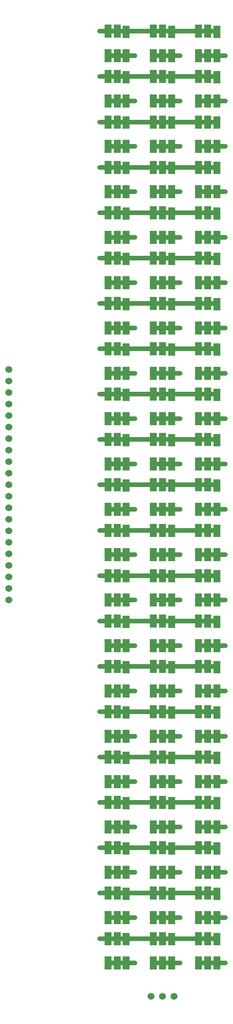
<source format=gbr>
G04 #@! TF.FileFunction,Copper,L1,Top,Signal*
%FSLAX46Y46*%
G04 Gerber Fmt 4.6, Leading zero omitted, Abs format (unit mm)*
G04 Created by KiCad (PCBNEW 4.0.4+dfsg1-stable) date Fri Sep 30 19:59:36 2016*
%MOMM*%
%LPD*%
G01*
G04 APERTURE LIST*
%ADD10C,0.150000*%
%ADD11C,1.524000*%
%ADD12R,1.600000X2.700000*%
%ADD13R,1.600000X3.000000*%
%ADD14C,0.600000*%
%ADD15C,1.000000*%
G04 APERTURE END LIST*
D10*
D11*
X79700000Y-101300000D03*
X79700000Y-103840000D03*
X79700000Y-106380000D03*
X79700000Y-108920000D03*
X79700000Y-111460000D03*
X79700000Y-114000000D03*
X79700000Y-116540000D03*
X79700000Y-119080000D03*
X79700000Y-121620000D03*
X79700000Y-124160000D03*
X79700000Y-126700000D03*
X79700000Y-129240000D03*
X79700000Y-131780000D03*
X79700000Y-134320000D03*
X79700000Y-136860000D03*
X79700000Y-139400000D03*
X79700000Y-141940000D03*
X79700000Y-144480000D03*
X79700000Y-147020000D03*
X79700000Y-149560000D03*
X79700000Y-152100000D03*
D12*
X105600000Y-26850000D03*
D13*
X103600000Y-26700000D03*
X101600000Y-26700000D03*
X101600000Y-32100000D03*
X103600000Y-32100000D03*
X105600000Y-32100000D03*
D12*
X115600000Y-26850000D03*
D13*
X113600000Y-26700000D03*
X111600000Y-26700000D03*
X111600000Y-32100000D03*
X113600000Y-32100000D03*
X115600000Y-32100000D03*
D12*
X125600000Y-26850000D03*
D13*
X123600000Y-26700000D03*
X121600000Y-26700000D03*
X121600000Y-32100000D03*
X123600000Y-32100000D03*
X125600000Y-32100000D03*
D12*
X105600000Y-36850000D03*
D13*
X103600000Y-36700000D03*
X101600000Y-36700000D03*
X101600000Y-42100000D03*
X103600000Y-42100000D03*
X105600000Y-42100000D03*
D12*
X115600000Y-36850000D03*
D13*
X113600000Y-36700000D03*
X111600000Y-36700000D03*
X111600000Y-42100000D03*
X113600000Y-42100000D03*
X115600000Y-42100000D03*
D12*
X125600000Y-36850000D03*
D13*
X123600000Y-36700000D03*
X121600000Y-36700000D03*
X121600000Y-42100000D03*
X123600000Y-42100000D03*
X125600000Y-42100000D03*
D12*
X105600000Y-46850000D03*
D13*
X103600000Y-46700000D03*
X101600000Y-46700000D03*
X101600000Y-52100000D03*
X103600000Y-52100000D03*
X105600000Y-52100000D03*
D12*
X115600000Y-46850000D03*
D13*
X113600000Y-46700000D03*
X111600000Y-46700000D03*
X111600000Y-52100000D03*
X113600000Y-52100000D03*
X115600000Y-52100000D03*
D12*
X125600000Y-46850000D03*
D13*
X123600000Y-46700000D03*
X121600000Y-46700000D03*
X121600000Y-52100000D03*
X123600000Y-52100000D03*
X125600000Y-52100000D03*
D12*
X105600000Y-56850000D03*
D13*
X103600000Y-56700000D03*
X101600000Y-56700000D03*
X101600000Y-62100000D03*
X103600000Y-62100000D03*
X105600000Y-62100000D03*
D12*
X115600000Y-56850000D03*
D13*
X113600000Y-56700000D03*
X111600000Y-56700000D03*
X111600000Y-62100000D03*
X113600000Y-62100000D03*
X115600000Y-62100000D03*
D12*
X125600000Y-56850000D03*
D13*
X123600000Y-56700000D03*
X121600000Y-56700000D03*
X121600000Y-62100000D03*
X123600000Y-62100000D03*
X125600000Y-62100000D03*
D12*
X105600000Y-66850000D03*
D13*
X103600000Y-66700000D03*
X101600000Y-66700000D03*
X101600000Y-72100000D03*
X103600000Y-72100000D03*
X105600000Y-72100000D03*
D12*
X115600000Y-66850000D03*
D13*
X113600000Y-66700000D03*
X111600000Y-66700000D03*
X111600000Y-72100000D03*
X113600000Y-72100000D03*
X115600000Y-72100000D03*
D12*
X125600000Y-66850000D03*
D13*
X123600000Y-66700000D03*
X121600000Y-66700000D03*
X121600000Y-72100000D03*
X123600000Y-72100000D03*
X125600000Y-72100000D03*
D12*
X105600000Y-76850000D03*
D13*
X103600000Y-76700000D03*
X101600000Y-76700000D03*
X101600000Y-82100000D03*
X103600000Y-82100000D03*
X105600000Y-82100000D03*
D12*
X115600000Y-76850000D03*
D13*
X113600000Y-76700000D03*
X111600000Y-76700000D03*
X111600000Y-82100000D03*
X113600000Y-82100000D03*
X115600000Y-82100000D03*
D12*
X125600000Y-76850000D03*
D13*
X123600000Y-76700000D03*
X121600000Y-76700000D03*
X121600000Y-82100000D03*
X123600000Y-82100000D03*
X125600000Y-82100000D03*
D12*
X105600000Y-86850000D03*
D13*
X103600000Y-86700000D03*
X101600000Y-86700000D03*
X101600000Y-92100000D03*
X103600000Y-92100000D03*
X105600000Y-92100000D03*
D12*
X115600000Y-86850000D03*
D13*
X113600000Y-86700000D03*
X111600000Y-86700000D03*
X111600000Y-92100000D03*
X113600000Y-92100000D03*
X115600000Y-92100000D03*
D12*
X125600000Y-86850000D03*
D13*
X123600000Y-86700000D03*
X121600000Y-86700000D03*
X121600000Y-92100000D03*
X123600000Y-92100000D03*
X125600000Y-92100000D03*
D12*
X105600000Y-96850000D03*
D13*
X103600000Y-96700000D03*
X101600000Y-96700000D03*
X101600000Y-102100000D03*
X103600000Y-102100000D03*
X105600000Y-102100000D03*
D12*
X115600000Y-96850000D03*
D13*
X113600000Y-96700000D03*
X111600000Y-96700000D03*
X111600000Y-102100000D03*
X113600000Y-102100000D03*
X115600000Y-102100000D03*
D12*
X125600000Y-96850000D03*
D13*
X123600000Y-96700000D03*
X121600000Y-96700000D03*
X121600000Y-102100000D03*
X123600000Y-102100000D03*
X125600000Y-102100000D03*
D12*
X105600000Y-106850000D03*
D13*
X103600000Y-106700000D03*
X101600000Y-106700000D03*
X101600000Y-112100000D03*
X103600000Y-112100000D03*
X105600000Y-112100000D03*
D12*
X115600000Y-106850000D03*
D13*
X113600000Y-106700000D03*
X111600000Y-106700000D03*
X111600000Y-112100000D03*
X113600000Y-112100000D03*
X115600000Y-112100000D03*
D12*
X125600000Y-106850000D03*
D13*
X123600000Y-106700000D03*
X121600000Y-106700000D03*
X121600000Y-112100000D03*
X123600000Y-112100000D03*
X125600000Y-112100000D03*
D12*
X105600000Y-116850000D03*
D13*
X103600000Y-116700000D03*
X101600000Y-116700000D03*
X101600000Y-122100000D03*
X103600000Y-122100000D03*
X105600000Y-122100000D03*
D12*
X115600000Y-116850000D03*
D13*
X113600000Y-116700000D03*
X111600000Y-116700000D03*
X111600000Y-122100000D03*
X113600000Y-122100000D03*
X115600000Y-122100000D03*
D12*
X125600000Y-116850000D03*
D13*
X123600000Y-116700000D03*
X121600000Y-116700000D03*
X121600000Y-122100000D03*
X123600000Y-122100000D03*
X125600000Y-122100000D03*
D12*
X105600000Y-126850000D03*
D13*
X103600000Y-126700000D03*
X101600000Y-126700000D03*
X101600000Y-132100000D03*
X103600000Y-132100000D03*
X105600000Y-132100000D03*
D12*
X115600000Y-126850000D03*
D13*
X113600000Y-126700000D03*
X111600000Y-126700000D03*
X111600000Y-132100000D03*
X113600000Y-132100000D03*
X115600000Y-132100000D03*
D12*
X125600000Y-126850000D03*
D13*
X123600000Y-126700000D03*
X121600000Y-126700000D03*
X121600000Y-132100000D03*
X123600000Y-132100000D03*
X125600000Y-132100000D03*
D12*
X105600000Y-136850000D03*
D13*
X103600000Y-136700000D03*
X101600000Y-136700000D03*
X101600000Y-142100000D03*
X103600000Y-142100000D03*
X105600000Y-142100000D03*
D12*
X115600000Y-136850000D03*
D13*
X113600000Y-136700000D03*
X111600000Y-136700000D03*
X111600000Y-142100000D03*
X113600000Y-142100000D03*
X115600000Y-142100000D03*
D12*
X125600000Y-136850000D03*
D13*
X123600000Y-136700000D03*
X121600000Y-136700000D03*
X121600000Y-142100000D03*
X123600000Y-142100000D03*
X125600000Y-142100000D03*
D12*
X105600000Y-146850000D03*
D13*
X103600000Y-146700000D03*
X101600000Y-146700000D03*
X101600000Y-152100000D03*
X103600000Y-152100000D03*
X105600000Y-152100000D03*
D12*
X115600000Y-146850000D03*
D13*
X113600000Y-146700000D03*
X111600000Y-146700000D03*
X111600000Y-152100000D03*
X113600000Y-152100000D03*
X115600000Y-152100000D03*
D12*
X125600000Y-146850000D03*
D13*
X123600000Y-146700000D03*
X121600000Y-146700000D03*
X121600000Y-152100000D03*
X123600000Y-152100000D03*
X125600000Y-152100000D03*
D12*
X105600000Y-156850000D03*
D13*
X103600000Y-156700000D03*
X101600000Y-156700000D03*
X101600000Y-162100000D03*
X103600000Y-162100000D03*
X105600000Y-162100000D03*
D12*
X115600000Y-156850000D03*
D13*
X113600000Y-156700000D03*
X111600000Y-156700000D03*
X111600000Y-162100000D03*
X113600000Y-162100000D03*
X115600000Y-162100000D03*
D12*
X125600000Y-156850000D03*
D13*
X123600000Y-156700000D03*
X121600000Y-156700000D03*
X121600000Y-162100000D03*
X123600000Y-162100000D03*
X125600000Y-162100000D03*
D12*
X105600000Y-166850000D03*
D13*
X103600000Y-166700000D03*
X101600000Y-166700000D03*
X101600000Y-172100000D03*
X103600000Y-172100000D03*
X105600000Y-172100000D03*
D12*
X115600000Y-166850000D03*
D13*
X113600000Y-166700000D03*
X111600000Y-166700000D03*
X111600000Y-172100000D03*
X113600000Y-172100000D03*
X115600000Y-172100000D03*
D12*
X125600000Y-166850000D03*
D13*
X123600000Y-166700000D03*
X121600000Y-166700000D03*
X121600000Y-172100000D03*
X123600000Y-172100000D03*
X125600000Y-172100000D03*
D12*
X105600000Y-176850000D03*
D13*
X103600000Y-176700000D03*
X101600000Y-176700000D03*
X101600000Y-182100000D03*
X103600000Y-182100000D03*
X105600000Y-182100000D03*
D12*
X115600000Y-176850000D03*
D13*
X113600000Y-176700000D03*
X111600000Y-176700000D03*
X111600000Y-182100000D03*
X113600000Y-182100000D03*
X115600000Y-182100000D03*
D12*
X125600000Y-176850000D03*
D13*
X123600000Y-176700000D03*
X121600000Y-176700000D03*
X121600000Y-182100000D03*
X123600000Y-182100000D03*
X125600000Y-182100000D03*
D12*
X105600000Y-186850000D03*
D13*
X103600000Y-186700000D03*
X101600000Y-186700000D03*
X101600000Y-192100000D03*
X103600000Y-192100000D03*
X105600000Y-192100000D03*
D12*
X115600000Y-186850000D03*
D13*
X113600000Y-186700000D03*
X111600000Y-186700000D03*
X111600000Y-192100000D03*
X113600000Y-192100000D03*
X115600000Y-192100000D03*
D12*
X125600000Y-186850000D03*
D13*
X123600000Y-186700000D03*
X121600000Y-186700000D03*
X121600000Y-192100000D03*
X123600000Y-192100000D03*
X125600000Y-192100000D03*
D12*
X105600000Y-196850000D03*
D13*
X103600000Y-196700000D03*
X101600000Y-196700000D03*
X101600000Y-202100000D03*
X103600000Y-202100000D03*
X105600000Y-202100000D03*
D12*
X115600000Y-196850000D03*
D13*
X113600000Y-196700000D03*
X111600000Y-196700000D03*
X111600000Y-202100000D03*
X113600000Y-202100000D03*
X115600000Y-202100000D03*
D12*
X125600000Y-196850000D03*
D13*
X123600000Y-196700000D03*
X121600000Y-196700000D03*
X121600000Y-202100000D03*
X123600000Y-202100000D03*
X125600000Y-202100000D03*
D12*
X105600000Y-206850000D03*
D13*
X103600000Y-206700000D03*
X101600000Y-206700000D03*
X101600000Y-212100000D03*
X103600000Y-212100000D03*
X105600000Y-212100000D03*
D12*
X115600000Y-206850000D03*
D13*
X113600000Y-206700000D03*
X111600000Y-206700000D03*
X111600000Y-212100000D03*
X113600000Y-212100000D03*
X115600000Y-212100000D03*
D12*
X125600000Y-206850000D03*
D13*
X123600000Y-206700000D03*
X121600000Y-206700000D03*
X121600000Y-212100000D03*
X123600000Y-212100000D03*
X125600000Y-212100000D03*
D12*
X105600000Y-216850000D03*
D13*
X103600000Y-216700000D03*
X101600000Y-216700000D03*
X101600000Y-222100000D03*
X103600000Y-222100000D03*
X105600000Y-222100000D03*
D12*
X115600000Y-216850000D03*
D13*
X113600000Y-216700000D03*
X111600000Y-216700000D03*
X111600000Y-222100000D03*
X113600000Y-222100000D03*
X115600000Y-222100000D03*
D12*
X125600000Y-216850000D03*
D13*
X123600000Y-216700000D03*
X121600000Y-216700000D03*
X121600000Y-222100000D03*
X123600000Y-222100000D03*
X125600000Y-222100000D03*
D12*
X105600000Y-226850000D03*
D13*
X103600000Y-226700000D03*
X101600000Y-226700000D03*
X101600000Y-232100000D03*
X103600000Y-232100000D03*
X105600000Y-232100000D03*
D12*
X115600000Y-226850000D03*
D13*
X113600000Y-226700000D03*
X111600000Y-226700000D03*
X111600000Y-232100000D03*
X113600000Y-232100000D03*
X115600000Y-232100000D03*
D12*
X125600000Y-226850000D03*
D13*
X123600000Y-226700000D03*
X121600000Y-226700000D03*
X121600000Y-232100000D03*
X123600000Y-232100000D03*
X125600000Y-232100000D03*
D11*
X113600000Y-239400000D03*
X116140000Y-239400000D03*
X111060000Y-239400000D03*
D14*
X99700000Y-26700000D03*
X107500000Y-222100000D03*
X107500000Y-212100000D03*
X107500000Y-202100000D03*
X107500000Y-192100000D03*
X107500000Y-182100000D03*
X107500000Y-172100000D03*
X107500000Y-162100000D03*
X107500000Y-152100000D03*
X107500000Y-142100000D03*
X107500000Y-132100000D03*
X107500000Y-122100000D03*
X107500000Y-112100000D03*
X107500000Y-102100000D03*
X107500000Y-92100000D03*
X107500000Y-82100000D03*
X107500000Y-72100000D03*
X107500000Y-62100000D03*
X107500000Y-52100000D03*
X107500000Y-42100000D03*
X107500000Y-32100000D03*
X107500000Y-232100000D03*
X117500000Y-222100000D03*
X117500000Y-212100000D03*
X117500000Y-202100000D03*
X117500000Y-192100000D03*
X117500000Y-182100000D03*
X117500000Y-172100000D03*
X117500000Y-162100000D03*
X117500000Y-152100000D03*
X117500000Y-142100000D03*
X117500000Y-132100000D03*
X117500000Y-122100000D03*
X117500000Y-112100000D03*
X117500000Y-102100000D03*
X117500000Y-92100000D03*
X117500000Y-82100000D03*
X117500000Y-72100000D03*
X117500000Y-62100000D03*
X117500000Y-52100000D03*
X117500000Y-42100000D03*
X117500000Y-32100000D03*
X117500000Y-232100000D03*
X127500000Y-222100000D03*
X127500000Y-212100000D03*
X127500000Y-202100000D03*
X127500000Y-192100000D03*
X127500000Y-182100000D03*
X127500000Y-172100000D03*
X127500000Y-162100000D03*
X127500000Y-152100000D03*
X127500000Y-142100000D03*
X127500000Y-132100000D03*
X127500000Y-122100000D03*
X127500000Y-112100000D03*
X127500000Y-102100000D03*
X127500000Y-92100000D03*
X127500000Y-82100000D03*
X127500000Y-72100000D03*
X127500000Y-62100000D03*
X127500000Y-52100000D03*
X127500000Y-42100000D03*
X127500000Y-32100000D03*
X127500000Y-232100000D03*
X99700000Y-36700000D03*
X99700000Y-46700000D03*
X99700000Y-56700000D03*
X99700000Y-66700000D03*
X99700000Y-76700000D03*
X99700000Y-86700000D03*
X99700000Y-96700000D03*
X99700000Y-106700000D03*
X99700000Y-116700000D03*
X99700000Y-126700000D03*
X99700000Y-136700000D03*
X99700000Y-146700000D03*
X99700000Y-156700000D03*
X99700000Y-166700000D03*
X99700000Y-176700000D03*
X99700000Y-186700000D03*
X99700000Y-196700000D03*
X99700000Y-206700000D03*
X99700000Y-216700000D03*
X99700000Y-226700000D03*
D15*
X99700000Y-26700000D02*
X101600000Y-26700000D01*
X101600000Y-26700000D02*
X103600000Y-26700000D01*
X103600000Y-26700000D02*
X105600000Y-26700000D01*
X105600000Y-26700000D02*
X111600000Y-26700000D01*
X111600000Y-26700000D02*
X113600000Y-26700000D01*
X113600000Y-26700000D02*
X115600000Y-26700000D01*
X115600000Y-26700000D02*
X121600000Y-26700000D01*
X121600000Y-26700000D02*
X123600000Y-26700000D01*
X123600000Y-26700000D02*
X125600000Y-26700000D01*
X105600000Y-222100000D02*
X107500000Y-222100000D01*
X105600000Y-212100000D02*
X107500000Y-212100000D01*
X105600000Y-202100000D02*
X107500000Y-202100000D01*
X105600000Y-192100000D02*
X107500000Y-192100000D01*
X105600000Y-182100000D02*
X107500000Y-182100000D01*
X105600000Y-172100000D02*
X107500000Y-172100000D01*
X105600000Y-162100000D02*
X107500000Y-162100000D01*
X105600000Y-152100000D02*
X107500000Y-152100000D01*
X105600000Y-142100000D02*
X107500000Y-142100000D01*
X105600000Y-132100000D02*
X107500000Y-132100000D01*
X105600000Y-122100000D02*
X107500000Y-122100000D01*
X105600000Y-112100000D02*
X107500000Y-112100000D01*
X105600000Y-102100000D02*
X107500000Y-102100000D01*
X105600000Y-92100000D02*
X107500000Y-92100000D01*
X105600000Y-82100000D02*
X107500000Y-82100000D01*
X105600000Y-72100000D02*
X107500000Y-72100000D01*
X105600000Y-62100000D02*
X107500000Y-62100000D01*
X105600000Y-52100000D02*
X107500000Y-52100000D01*
X105600000Y-42100000D02*
X107500000Y-42100000D01*
X105600000Y-32100000D02*
X107500000Y-32100000D01*
X107500000Y-232100000D02*
X105600000Y-232100000D01*
X101600000Y-232100000D02*
X103600000Y-232100000D01*
X103600000Y-232100000D02*
X105600000Y-232100000D01*
X101600000Y-222100000D02*
X103600000Y-222100000D01*
X103600000Y-222100000D02*
X105600000Y-222100000D01*
X101600000Y-212100000D02*
X103600000Y-212100000D01*
X103600000Y-212100000D02*
X105600000Y-212100000D01*
X101600000Y-202100000D02*
X103600000Y-202100000D01*
X103600000Y-202100000D02*
X105600000Y-202100000D01*
X101600000Y-192100000D02*
X103600000Y-192100000D01*
X103600000Y-192100000D02*
X105600000Y-192100000D01*
X101600000Y-182100000D02*
X103600000Y-182100000D01*
X103600000Y-182100000D02*
X105600000Y-182100000D01*
X101600000Y-172100000D02*
X103600000Y-172100000D01*
X103600000Y-172100000D02*
X105600000Y-172100000D01*
X101600000Y-162100000D02*
X103600000Y-162100000D01*
X103600000Y-162100000D02*
X105600000Y-162100000D01*
X101600000Y-152100000D02*
X103600000Y-152100000D01*
X103600000Y-152100000D02*
X105600000Y-152100000D01*
X101600000Y-142100000D02*
X103600000Y-142100000D01*
X103600000Y-142100000D02*
X105600000Y-142100000D01*
X101600000Y-132100000D02*
X103600000Y-132100000D01*
X103600000Y-132100000D02*
X105600000Y-132100000D01*
X101600000Y-122100000D02*
X103600000Y-122100000D01*
X103600000Y-122100000D02*
X105600000Y-122100000D01*
X101600000Y-112100000D02*
X103600000Y-112100000D01*
X103600000Y-112100000D02*
X105600000Y-112100000D01*
X101600000Y-102100000D02*
X103600000Y-102100000D01*
X103600000Y-102100000D02*
X105600000Y-102100000D01*
X101600000Y-92100000D02*
X103600000Y-92100000D01*
X103600000Y-92100000D02*
X105600000Y-92100000D01*
X101600000Y-82100000D02*
X103600000Y-82100000D01*
X103600000Y-82100000D02*
X105600000Y-82100000D01*
X101600000Y-72100000D02*
X103600000Y-72100000D01*
X103600000Y-72100000D02*
X105600000Y-72100000D01*
X101600000Y-62100000D02*
X103600000Y-62100000D01*
X103600000Y-62100000D02*
X105600000Y-62100000D01*
X101600000Y-52100000D02*
X103600000Y-52100000D01*
X103600000Y-52100000D02*
X105600000Y-52100000D01*
X103600000Y-42100000D02*
X105600000Y-42100000D01*
X101600000Y-42100000D02*
X103600000Y-42100000D01*
X101600000Y-32100000D02*
X103600000Y-32100000D01*
X103600000Y-32100000D02*
X105600000Y-32100000D01*
X115600000Y-222100000D02*
X117500000Y-222100000D01*
X115600000Y-212100000D02*
X117500000Y-212100000D01*
X115600000Y-202100000D02*
X117500000Y-202100000D01*
X115600000Y-192100000D02*
X117500000Y-192100000D01*
X115600000Y-182100000D02*
X117500000Y-182100000D01*
X115600000Y-172100000D02*
X117500000Y-172100000D01*
X115600000Y-162100000D02*
X117500000Y-162100000D01*
X115600000Y-152100000D02*
X117500000Y-152100000D01*
X115600000Y-142100000D02*
X117500000Y-142100000D01*
X115600000Y-132100000D02*
X117500000Y-132100000D01*
X115600000Y-122100000D02*
X117500000Y-122100000D01*
X115600000Y-112100000D02*
X117500000Y-112100000D01*
X115600000Y-102100000D02*
X117500000Y-102100000D01*
X115600000Y-92100000D02*
X117500000Y-92100000D01*
X115600000Y-82100000D02*
X117500000Y-82100000D01*
X115600000Y-72100000D02*
X117500000Y-72100000D01*
X115600000Y-62100000D02*
X117500000Y-62100000D01*
X115600000Y-52100000D02*
X117500000Y-52100000D01*
X115600000Y-42100000D02*
X117500000Y-42100000D01*
X115600000Y-232100000D02*
X117500000Y-232100000D01*
X117500000Y-32100000D02*
X115600000Y-32100000D01*
X111600000Y-232100000D02*
X113600000Y-232100000D01*
X113600000Y-232100000D02*
X115600000Y-232100000D01*
X111600000Y-222100000D02*
X113600000Y-222100000D01*
X113600000Y-222100000D02*
X115600000Y-222100000D01*
X111600000Y-212100000D02*
X113600000Y-212100000D01*
X113600000Y-212100000D02*
X115600000Y-212100000D01*
X111600000Y-202100000D02*
X113600000Y-202100000D01*
X113600000Y-202100000D02*
X115600000Y-202100000D01*
X111600000Y-192100000D02*
X113600000Y-192100000D01*
X113600000Y-192100000D02*
X115600000Y-192100000D01*
X111600000Y-182100000D02*
X113600000Y-182100000D01*
X113600000Y-182100000D02*
X115600000Y-182100000D01*
X111600000Y-172100000D02*
X113600000Y-172100000D01*
X113600000Y-172100000D02*
X115600000Y-172100000D01*
X111600000Y-162100000D02*
X113600000Y-162100000D01*
X113600000Y-162100000D02*
X115600000Y-162100000D01*
X111600000Y-152100000D02*
X113600000Y-152100000D01*
X113600000Y-152100000D02*
X115600000Y-152100000D01*
X113600000Y-142100000D02*
X115600000Y-142100000D01*
X111600000Y-142100000D02*
X113600000Y-142100000D01*
X111600000Y-132100000D02*
X113600000Y-132100000D01*
X113600000Y-132100000D02*
X115600000Y-132100000D01*
X111600000Y-122100000D02*
X113600000Y-122100000D01*
X113600000Y-122100000D02*
X115600000Y-122100000D01*
X111600000Y-112100000D02*
X113600000Y-112100000D01*
X113600000Y-112100000D02*
X115600000Y-112100000D01*
X111600000Y-102100000D02*
X113600000Y-102100000D01*
X113600000Y-102100000D02*
X115600000Y-102100000D01*
X111600000Y-92100000D02*
X113600000Y-92100000D01*
X113600000Y-92100000D02*
X115600000Y-92100000D01*
X111600000Y-82100000D02*
X113600000Y-82100000D01*
X113600000Y-82100000D02*
X115600000Y-82100000D01*
X111600000Y-72100000D02*
X113600000Y-72100000D01*
X113600000Y-72100000D02*
X115600000Y-72100000D01*
X111600000Y-62100000D02*
X113600000Y-62100000D01*
X113600000Y-62100000D02*
X115600000Y-62100000D01*
X111600000Y-52100000D02*
X113600000Y-52100000D01*
X113600000Y-52100000D02*
X115600000Y-52100000D01*
X111600000Y-42100000D02*
X113600000Y-42100000D01*
X113600000Y-42100000D02*
X115600000Y-42100000D01*
X113600000Y-32100000D02*
X115600000Y-32100000D01*
X111600000Y-32100000D02*
X113600000Y-32100000D01*
X125600000Y-222100000D02*
X127500000Y-222100000D01*
X125600000Y-212100000D02*
X127500000Y-212100000D01*
X125600000Y-202100000D02*
X127500000Y-202100000D01*
X125600000Y-192100000D02*
X127500000Y-192100000D01*
X125600000Y-182100000D02*
X127500000Y-182100000D01*
X125600000Y-172100000D02*
X127500000Y-172100000D01*
X125600000Y-162100000D02*
X127500000Y-162100000D01*
X125600000Y-152100000D02*
X127500000Y-152100000D01*
X125600000Y-142100000D02*
X127500000Y-142100000D01*
X125600000Y-132100000D02*
X127500000Y-132100000D01*
X125600000Y-122100000D02*
X127500000Y-122100000D01*
X125600000Y-112100000D02*
X127500000Y-112100000D01*
X125600000Y-102100000D02*
X127500000Y-102100000D01*
X125600000Y-92100000D02*
X127500000Y-92100000D01*
X125600000Y-82100000D02*
X127500000Y-82100000D01*
X125600000Y-72100000D02*
X127500000Y-72100000D01*
X125600000Y-62100000D02*
X127500000Y-62100000D01*
X125600000Y-52100000D02*
X127500000Y-52100000D01*
X125600000Y-42100000D02*
X127500000Y-42100000D01*
X125600000Y-232100000D02*
X127500000Y-232100000D01*
X127500000Y-32100000D02*
X125600000Y-32100000D01*
X121600000Y-232100000D02*
X123600000Y-232100000D01*
X123600000Y-232100000D02*
X125600000Y-232100000D01*
X121600000Y-222100000D02*
X123600000Y-222100000D01*
X123600000Y-222100000D02*
X125600000Y-222100000D01*
X121600000Y-212100000D02*
X123600000Y-212100000D01*
X123600000Y-212100000D02*
X125600000Y-212100000D01*
X121600000Y-202100000D02*
X123600000Y-202100000D01*
X123600000Y-202100000D02*
X125600000Y-202100000D01*
X121600000Y-192100000D02*
X123600000Y-192100000D01*
X123600000Y-192100000D02*
X125600000Y-192100000D01*
X121600000Y-182100000D02*
X123600000Y-182100000D01*
X123600000Y-182100000D02*
X125600000Y-182100000D01*
X121600000Y-172100000D02*
X123600000Y-172100000D01*
X123600000Y-172100000D02*
X125600000Y-172100000D01*
X121600000Y-162100000D02*
X123600000Y-162100000D01*
X123600000Y-162100000D02*
X125600000Y-162100000D01*
X121600000Y-152100000D02*
X123600000Y-152100000D01*
X123600000Y-152100000D02*
X125600000Y-152100000D01*
X121600000Y-142100000D02*
X123600000Y-142100000D01*
X123600000Y-142100000D02*
X125600000Y-142100000D01*
X121600000Y-132100000D02*
X123600000Y-132100000D01*
X123600000Y-132100000D02*
X125600000Y-132100000D01*
X121600000Y-122100000D02*
X123600000Y-122100000D01*
X123600000Y-122100000D02*
X125600000Y-122100000D01*
X121600000Y-112100000D02*
X123600000Y-112100000D01*
X123600000Y-112100000D02*
X125600000Y-112100000D01*
X121600000Y-102100000D02*
X123600000Y-102100000D01*
X123600000Y-102100000D02*
X125600000Y-102100000D01*
X121600000Y-92100000D02*
X123600000Y-92100000D01*
X123600000Y-92100000D02*
X125600000Y-92100000D01*
X121600000Y-82100000D02*
X123600000Y-82100000D01*
X123600000Y-82100000D02*
X125600000Y-82100000D01*
X121600000Y-72100000D02*
X123600000Y-72100000D01*
X123600000Y-72100000D02*
X125600000Y-72100000D01*
X121600000Y-62100000D02*
X123600000Y-62100000D01*
X123600000Y-62100000D02*
X125600000Y-62100000D01*
X121600000Y-52100000D02*
X123600000Y-52100000D01*
X123600000Y-52100000D02*
X125600000Y-52100000D01*
X121600000Y-42100000D02*
X123600000Y-42100000D01*
X123600000Y-42100000D02*
X125600000Y-42100000D01*
X123600000Y-32100000D02*
X125600000Y-32100000D01*
X121600000Y-32100000D02*
X123600000Y-32100000D01*
X99700000Y-36700000D02*
X101600000Y-36700000D01*
X101600000Y-36700000D02*
X103600000Y-36700000D01*
X103600000Y-36700000D02*
X105600000Y-36700000D01*
X105600000Y-36700000D02*
X111600000Y-36700000D01*
X111600000Y-36700000D02*
X113600000Y-36700000D01*
X113600000Y-36700000D02*
X115600000Y-36700000D01*
X115600000Y-36700000D02*
X121600000Y-36700000D01*
X121600000Y-36700000D02*
X123600000Y-36700000D01*
X123600000Y-36700000D02*
X125600000Y-36700000D01*
X99700000Y-46700000D02*
X101600000Y-46700000D01*
X101600000Y-46700000D02*
X103600000Y-46700000D01*
X103600000Y-46700000D02*
X105600000Y-46700000D01*
X105600000Y-46700000D02*
X111600000Y-46700000D01*
X111600000Y-46700000D02*
X113600000Y-46700000D01*
X113600000Y-46700000D02*
X115600000Y-46700000D01*
X115600000Y-46700000D02*
X121600000Y-46700000D01*
X121600000Y-46700000D02*
X123600000Y-46700000D01*
X123600000Y-46700000D02*
X125600000Y-46700000D01*
X99700000Y-56700000D02*
X101600000Y-56700000D01*
X101600000Y-56700000D02*
X103600000Y-56700000D01*
X103600000Y-56700000D02*
X105600000Y-56700000D01*
X105600000Y-56700000D02*
X111600000Y-56700000D01*
X111600000Y-56700000D02*
X113600000Y-56700000D01*
X113600000Y-56700000D02*
X115600000Y-56700000D01*
X115600000Y-56700000D02*
X121600000Y-56700000D01*
X121600000Y-56700000D02*
X123600000Y-56700000D01*
X123600000Y-56700000D02*
X125600000Y-56700000D01*
X99700000Y-66700000D02*
X101600000Y-66700000D01*
X101600000Y-66700000D02*
X103600000Y-66700000D01*
X103600000Y-66700000D02*
X105600000Y-66700000D01*
X105600000Y-66700000D02*
X111600000Y-66700000D01*
X111600000Y-66700000D02*
X113600000Y-66700000D01*
X113600000Y-66700000D02*
X115600000Y-66700000D01*
X115600000Y-66700000D02*
X121600000Y-66700000D01*
X121600000Y-66700000D02*
X123600000Y-66700000D01*
X123600000Y-66700000D02*
X125600000Y-66700000D01*
X99700000Y-76700000D02*
X101600000Y-76700000D01*
X101600000Y-76700000D02*
X103600000Y-76700000D01*
X103600000Y-76700000D02*
X105600000Y-76700000D01*
X105600000Y-76700000D02*
X111600000Y-76700000D01*
X111600000Y-76700000D02*
X113600000Y-76700000D01*
X113600000Y-76700000D02*
X115600000Y-76700000D01*
X115600000Y-76700000D02*
X121600000Y-76700000D01*
X121600000Y-76700000D02*
X123600000Y-76700000D01*
X123600000Y-76700000D02*
X125600000Y-76700000D01*
X99700000Y-86700000D02*
X101600000Y-86700000D01*
X101600000Y-86700000D02*
X103600000Y-86700000D01*
X103600000Y-86700000D02*
X105600000Y-86700000D01*
X105600000Y-86700000D02*
X111600000Y-86700000D01*
X111600000Y-86700000D02*
X113600000Y-86700000D01*
X113600000Y-86700000D02*
X115600000Y-86700000D01*
X115600000Y-86700000D02*
X121600000Y-86700000D01*
X121600000Y-86700000D02*
X123600000Y-86700000D01*
X123600000Y-86700000D02*
X125600000Y-86700000D01*
X99700000Y-96700000D02*
X101600000Y-96700000D01*
X101600000Y-96700000D02*
X103600000Y-96700000D01*
X103600000Y-96700000D02*
X105600000Y-96700000D01*
X105600000Y-96700000D02*
X111600000Y-96700000D01*
X111600000Y-96700000D02*
X113600000Y-96700000D01*
X113600000Y-96700000D02*
X115600000Y-96700000D01*
X115600000Y-96700000D02*
X121600000Y-96700000D01*
X121600000Y-96700000D02*
X123600000Y-96700000D01*
X123600000Y-96700000D02*
X125600000Y-96700000D01*
X99700000Y-106700000D02*
X101600000Y-106700000D01*
X101600000Y-106700000D02*
X103600000Y-106700000D01*
X103600000Y-106700000D02*
X105600000Y-106700000D01*
X105600000Y-106700000D02*
X111600000Y-106700000D01*
X111600000Y-106700000D02*
X113600000Y-106700000D01*
X113600000Y-106700000D02*
X115600000Y-106700000D01*
X115600000Y-106700000D02*
X121600000Y-106700000D01*
X121600000Y-106700000D02*
X123600000Y-106700000D01*
X123600000Y-106700000D02*
X125600000Y-106700000D01*
X99700000Y-116700000D02*
X101600000Y-116700000D01*
X101600000Y-116700000D02*
X103600000Y-116700000D01*
X103600000Y-116700000D02*
X105600000Y-116700000D01*
X105600000Y-116700000D02*
X111600000Y-116700000D01*
X111600000Y-116700000D02*
X113600000Y-116700000D01*
X113600000Y-116700000D02*
X115600000Y-116700000D01*
X115600000Y-116700000D02*
X121600000Y-116700000D01*
X121600000Y-116700000D02*
X123600000Y-116700000D01*
X123600000Y-116700000D02*
X125600000Y-116700000D01*
X99700000Y-126700000D02*
X101600000Y-126700000D01*
X101600000Y-126700000D02*
X103600000Y-126700000D01*
X103600000Y-126700000D02*
X105600000Y-126700000D01*
X105600000Y-126700000D02*
X111600000Y-126700000D01*
X111600000Y-126700000D02*
X113600000Y-126700000D01*
X113600000Y-126700000D02*
X115600000Y-126700000D01*
X115600000Y-126700000D02*
X121600000Y-126700000D01*
X121600000Y-126700000D02*
X123600000Y-126700000D01*
X123600000Y-126700000D02*
X125600000Y-126700000D01*
X99700000Y-136700000D02*
X101600000Y-136700000D01*
X123600000Y-136700000D02*
X125600000Y-136700000D01*
X121600000Y-136700000D02*
X123600000Y-136700000D01*
X115600000Y-136700000D02*
X121600000Y-136700000D01*
X113600000Y-136700000D02*
X115600000Y-136700000D01*
X111600000Y-136700000D02*
X113600000Y-136700000D01*
X105600000Y-136700000D02*
X111600000Y-136700000D01*
X103600000Y-136700000D02*
X105600000Y-136700000D01*
X101600000Y-136700000D02*
X103600000Y-136700000D01*
X99700000Y-146700000D02*
X101600000Y-146700000D01*
X101600000Y-146700000D02*
X103600000Y-146700000D01*
X103600000Y-146700000D02*
X105600000Y-146700000D01*
X105600000Y-146700000D02*
X111600000Y-146700000D01*
X111600000Y-146700000D02*
X113600000Y-146700000D01*
X113600000Y-146700000D02*
X115600000Y-146700000D01*
X115600000Y-146700000D02*
X121600000Y-146700000D01*
X121600000Y-146700000D02*
X123600000Y-146700000D01*
X123600000Y-146700000D02*
X125600000Y-146700000D01*
X99700000Y-156700000D02*
X101600000Y-156700000D01*
X101600000Y-156700000D02*
X103600000Y-156700000D01*
X103600000Y-156700000D02*
X105600000Y-156700000D01*
X105600000Y-156700000D02*
X111600000Y-156700000D01*
X111600000Y-156700000D02*
X113600000Y-156700000D01*
X113600000Y-156700000D02*
X115600000Y-156700000D01*
X115600000Y-156700000D02*
X121600000Y-156700000D01*
X121600000Y-156700000D02*
X123600000Y-156700000D01*
X123600000Y-156700000D02*
X125600000Y-156700000D01*
X99700000Y-166700000D02*
X101600000Y-166700000D01*
X101600000Y-166700000D02*
X103600000Y-166700000D01*
X103600000Y-166700000D02*
X105600000Y-166700000D01*
X105600000Y-166700000D02*
X111600000Y-166700000D01*
X111600000Y-166700000D02*
X113600000Y-166700000D01*
X113600000Y-166700000D02*
X115600000Y-166700000D01*
X115600000Y-166700000D02*
X121600000Y-166700000D01*
X121600000Y-166700000D02*
X123600000Y-166700000D01*
X123600000Y-166700000D02*
X125600000Y-166700000D01*
X99700000Y-176700000D02*
X101600000Y-176700000D01*
X101600000Y-176700000D02*
X103600000Y-176700000D01*
X103600000Y-176700000D02*
X105600000Y-176700000D01*
X105600000Y-176700000D02*
X111600000Y-176700000D01*
X111600000Y-176700000D02*
X113600000Y-176700000D01*
X113600000Y-176700000D02*
X115600000Y-176700000D01*
X115600000Y-176700000D02*
X121600000Y-176700000D01*
X121600000Y-176700000D02*
X123600000Y-176700000D01*
X123600000Y-176700000D02*
X125600000Y-176700000D01*
X99700000Y-186700000D02*
X101600000Y-186700000D01*
X101600000Y-186700000D02*
X103600000Y-186700000D01*
X103600000Y-186700000D02*
X105600000Y-186700000D01*
X105600000Y-186700000D02*
X111600000Y-186700000D01*
X111600000Y-186700000D02*
X113600000Y-186700000D01*
X113600000Y-186700000D02*
X115600000Y-186700000D01*
X115600000Y-186700000D02*
X121600000Y-186700000D01*
X121600000Y-186700000D02*
X123600000Y-186700000D01*
X123600000Y-186700000D02*
X125600000Y-186700000D01*
X99700000Y-196700000D02*
X101600000Y-196700000D01*
X101600000Y-196700000D02*
X103600000Y-196700000D01*
X103600000Y-196700000D02*
X105600000Y-196700000D01*
X105600000Y-196700000D02*
X111600000Y-196700000D01*
X111600000Y-196700000D02*
X113600000Y-196700000D01*
X113600000Y-196700000D02*
X115600000Y-196700000D01*
X115600000Y-196700000D02*
X121600000Y-196700000D01*
X121600000Y-196700000D02*
X123600000Y-196700000D01*
X123600000Y-196700000D02*
X125600000Y-196700000D01*
X99700000Y-206700000D02*
X101600000Y-206700000D01*
X101600000Y-206700000D02*
X103600000Y-206700000D01*
X103600000Y-206700000D02*
X105600000Y-206700000D01*
X105600000Y-206700000D02*
X111600000Y-206700000D01*
X111600000Y-206700000D02*
X113600000Y-206700000D01*
X113600000Y-206700000D02*
X115600000Y-206700000D01*
X115600000Y-206700000D02*
X121600000Y-206700000D01*
X121600000Y-206700000D02*
X123600000Y-206700000D01*
X123600000Y-206700000D02*
X125600000Y-206700000D01*
X99700000Y-216700000D02*
X101600000Y-216700000D01*
X101600000Y-216700000D02*
X103600000Y-216700000D01*
X103600000Y-216700000D02*
X105600000Y-216700000D01*
X105600000Y-216700000D02*
X111600000Y-216700000D01*
X111600000Y-216700000D02*
X113600000Y-216700000D01*
X113600000Y-216700000D02*
X115600000Y-216700000D01*
X115600000Y-216700000D02*
X121600000Y-216700000D01*
X121600000Y-216700000D02*
X123600000Y-216700000D01*
X123600000Y-216700000D02*
X125600000Y-216700000D01*
X99700000Y-226700000D02*
X101600000Y-226700000D01*
X101600000Y-226700000D02*
X103600000Y-226700000D01*
X103600000Y-226700000D02*
X105600000Y-226700000D01*
X105600000Y-226700000D02*
X111600000Y-226700000D01*
X111600000Y-226700000D02*
X113600000Y-226700000D01*
X113600000Y-226700000D02*
X115600000Y-226700000D01*
X115600000Y-226700000D02*
X121600000Y-226700000D01*
X121600000Y-226700000D02*
X123600000Y-226700000D01*
X123600000Y-226700000D02*
X125600000Y-226700000D01*
M02*

</source>
